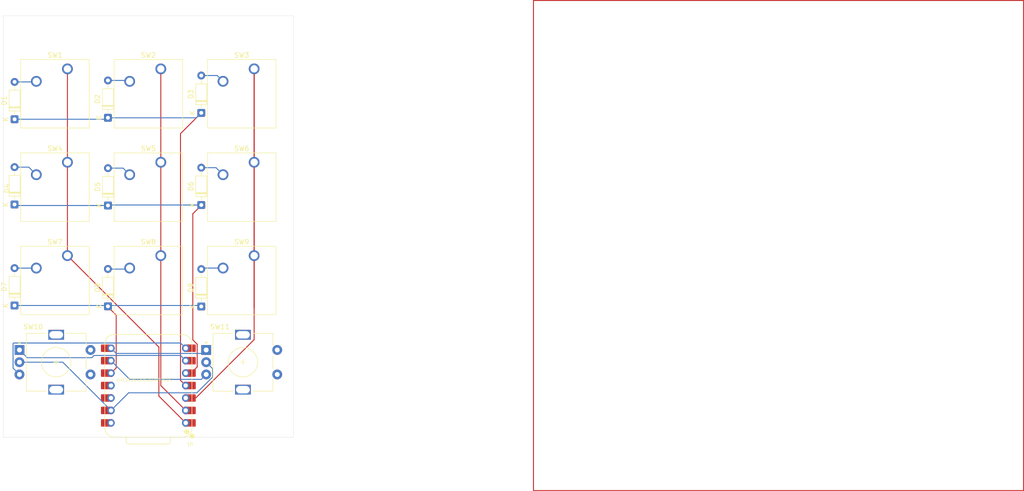
<source format=kicad_pcb>
(kicad_pcb (version 20241229) (generator "pcbnew") (generator_version "9.0")
  (layers (0 "F.Cu" signal) (2 "B.Cu" signal) (13 "F.Paste" user) (15 "B.Paste" user) (5 "F.SilkS" user "F.Silkscreen") (7 "B.SilkS" user "B.Silkscreen") (1 "F.Mask" user) (3 "B.Mask" user) (25 "Edge.Cuts" user))
  (net 0 "")
  (net 1 "Net-(D1-A)")
  (net 2 "Row 0")
  (net 3 "Net-(D2-A)")
  (net 4 "Net-(D3-A)")
  (net 5 "Net-(D4-A)")
  (net 6 "Row 1")
  (net 7 "Net-(D5-A)")
  (net 8 "Net-(D6-A)")
  (net 9 "Net-(D7-A)")
  (net 10 "Row 2")
  (net 11 "Net-(D8-A)")
  (net 12 "Net-(D9-A)")
  (net 13 "Column 0")
  (net 14 "Column 1")
  (net 15 "Column 2")
  (net 16 "Net-(U1-GPIO0{slash}TX)")
  (net 17 "GND")
  (net 18 "Net-(U1-GPIO7{slash}SCL)")
  (net 19 "Net-(U1-GPIO2{slash}SCK)")
  (net 20 "Net-(U1-GPIO1{slash}RX)")
  (footprint "Button_Switch_Keyboard:SW_Cherry_MX_1.00u_PCB" (layer "F.Cu") (at 81.12125 63.97625)
    (property "Reference" "SW4" (at -2.54 -2.794 0) (layer "F.SilkS"))
    (property "Value" "SW_Push")
    (fp_line (start -9.525 -1.905) (end 4.445 -1.905) (stroke (width 0.12)) (layer "F.SilkS"))
    (fp_line (start -9.525 12.065) (end -9.525 -1.905) (stroke (width 0.12)) (layer "F.SilkS"))
    (fp_line (start 4.445 -1.905) (end 4.445 12.065) (stroke (width 0.12)) (layer "F.SilkS"))
    (fp_line (start 4.445 12.065) (end -9.525 12.065) (stroke (width 0.12)) (layer "F.SilkS"))
    (pad "" np_thru_hole circle (at -7.62 5.08) (size 1.7 1.7) (drill 1.7) (layers "*.Cu" "*.Mask"))
    (pad "" np_thru_hole circle (at -2.54 5.08) (size 4 4) (drill 4) (layers "*.Cu" "*.Mask"))
    (pad "" np_thru_hole circle (at 2.54 5.08) (size 1.7 1.7) (drill 1.7) (layers "*.Cu" "*.Mask"))
    (pad "1" thru_hole circle (at 0 0) (size 2.2 2.2) (drill 1.5) (layers "*.Cu" "*.Mask") (net 13 "Column 0"))
    (pad "2" thru_hole circle (at -6.35 2.54) (size 2.2 2.2) (drill 1.5) (layers "*.Cu" "*.Mask") (net 5 "Net-(D4-A)"))
  )
  (footprint "Button_Switch_Keyboard:SW_Cherry_MX_1.00u_PCB" (layer "F.Cu") (at 100.17125 83.02625)
    (property "Reference" "SW8" (at -2.54 -2.794 0) (layer "F.SilkS"))
    (property "Value" "SW_Push")
    (fp_line (start -9.525 -1.905) (end 4.445 -1.905) (stroke (width 0.12)) (layer "F.SilkS"))
    (fp_line (start -9.525 12.065) (end -9.525 -1.905) (stroke (width 0.12)) (layer "F.SilkS"))
    (fp_line (start 4.445 -1.905) (end 4.445 12.065) (stroke (width 0.12)) (layer "F.SilkS"))
    (fp_line (start 4.445 12.065) (end -9.525 12.065) (stroke (width 0.12)) (layer "F.SilkS"))
    (pad "" np_thru_hole circle (at -7.62 5.08) (size 1.7 1.7) (drill 1.7) (layers "*.Cu" "*.Mask"))
    (pad "" np_thru_hole circle (at -2.54 5.08) (size 4 4) (drill 4) (layers "*.Cu" "*.Mask"))
    (pad "" np_thru_hole circle (at 2.54 5.08) (size 1.7 1.7) (drill 1.7) (layers "*.Cu" "*.Mask"))
    (pad "1" thru_hole circle (at 0 0) (size 2.2 2.2) (drill 1.5) (layers "*.Cu" "*.Mask") (net 14 "Column 1"))
    (pad "2" thru_hole circle (at -6.35 2.54) (size 2.2 2.2) (drill 1.5) (layers "*.Cu" "*.Mask") (net 11 "Net-(D8-A)"))
  )
  (footprint "Rotary_Encoder:RotaryEncoder_Alps_EC11E-Switch_Vertical_H20mm" (layer "F.Cu") (at 71.33125 102.275)
    (property "Reference" "SW10" (at 2.8 -4.7 0) (layer "F.SilkS"))
    (property "Value" "RotaryEncoder")
    (fp_line (start -0.3 -1.6) (end 0.3 -1.6) (stroke (width 0.12)) (layer "F.SilkS"))
    (fp_line (start 0 -1.3) (end -0.3 -1.6) (stroke (width 0.12)) (layer "F.SilkS"))
    (fp_line (start 0.3 -1.6) (end 0 -1.3) (stroke (width 0.12)) (layer "F.SilkS"))
    (fp_line (start 1.4 -3.4) (end 1.4 8.4) (stroke (width 0.12)) (layer "F.SilkS"))
    (fp_line (start 5.5 -3.4) (end 1.4 -3.4) (stroke (width 0.12)) (layer "F.SilkS"))
    (fp_line (start 5.5 8.4) (end 1.4 8.4) (stroke (width 0.12)) (layer "F.SilkS"))
    (fp_line (start 7 2.5) (end 8 2.5) (stroke (width 0.12)) (layer "F.SilkS"))
    (fp_line (start 7.5 2) (end 7.5 3) (stroke (width 0.12)) (layer "F.SilkS"))
    (fp_line (start 9.5 -3.4) (end 13.6 -3.4) (stroke (width 0.12)) (layer "F.SilkS"))
    (fp_line (start 13.6 -3.4) (end 13.6 -1) (stroke (width 0.12)) (layer "F.SilkS"))
    (fp_line (start 13.6 1.2) (end 13.6 3.8) (stroke (width 0.12)) (layer "F.SilkS"))
    (fp_line (start 13.6 6) (end 13.6 8.4) (stroke (width 0.12)) (layer "F.SilkS"))
    (fp_line (start 13.6 8.4) (end 9.5 8.4) (stroke (width 0.12)) (layer "F.SilkS"))
    (fp_circle (center 7.5 2.5) (end 10.5 2.5) (stroke (width 0.12)) (fill no) (layer "F.SilkS"))
    (pad "A" thru_hole rect (at 0 0) (size 2 2) (drill 1) (layers "*.Cu" "*.Mask") (net 18 "Net-(U1-GPIO7{slash}SCL)"))
    (pad "B" thru_hole circle (at 0 5) (size 2 2) (drill 1) (layers "*.Cu" "*.Mask") (net 16 "Net-(U1-GPIO0{slash}TX)"))
    (pad "C" thru_hole circle (at 0 2.5) (size 2 2) (drill 1) (layers "*.Cu" "*.Mask") (net 17 "GND"))
    (pad "MP" thru_hole rect (at 7.5 -3.1) (size 3.2 2) (drill oval 2.8 1.5) (layers "*.Cu" "*.Mask"))
    (pad "MP" thru_hole rect (at 7.5 8.1) (size 3.2 2) (drill oval 2.8 1.5) (layers "*.Cu" "*.Mask"))
    (pad "S1" thru_hole circle (at 14.5 5) (size 2 2) (drill 1) (layers "*.Cu" "*.Mask"))
    (pad "S2" thru_hole circle (at 14.5 0) (size 2 2) (drill 1) (layers "*.Cu" "*.Mask"))
  )
  (footprint "Button_Switch_Keyboard:SW_Cherry_MX_1.00u_PCB" (layer "F.Cu") (at 100.17125 44.92625)
    (property "Reference" "SW2" (at -2.54 -2.794 0) (layer "F.SilkS"))
    (property "Value" "SW_Push")
    (fp_line (start -9.525 -1.905) (end 4.445 -1.905) (stroke (width 0.12)) (layer "F.SilkS"))
    (fp_line (start -9.525 12.065) (end -9.525 -1.905) (stroke (width 0.12)) (layer "F.SilkS"))
    (fp_line (start 4.445 -1.905) (end 4.445 12.065) (stroke (width 0.12)) (layer "F.SilkS"))
    (fp_line (start 4.445 12.065) (end -9.525 12.065) (stroke (width 0.12)) (layer "F.SilkS"))
    (pad "" np_thru_hole circle (at -7.62 5.08) (size 1.7 1.7) (drill 1.7) (layers "*.Cu" "*.Mask"))
    (pad "" np_thru_hole circle (at -2.54 5.08) (size 4 4) (drill 4) (layers "*.Cu" "*.Mask"))
    (pad "" np_thru_hole circle (at 2.54 5.08) (size 1.7 1.7) (drill 1.7) (layers "*.Cu" "*.Mask"))
    (pad "1" thru_hole circle (at 0 0) (size 2.2 2.2) (drill 1.5) (layers "*.Cu" "*.Mask") (net 14 "Column 1"))
    (pad "2" thru_hole circle (at -6.35 2.54) (size 2.2 2.2) (drill 1.5) (layers "*.Cu" "*.Mask") (net 3 "Net-(D2-A)"))
  )
  (footprint "Button_Switch_Keyboard:SW_Cherry_MX_1.00u_PCB" (layer "F.Cu") (at 100.17125 63.97625)
    (property "Reference" "SW5" (at -2.54 -2.794 0) (layer "F.SilkS"))
    (property "Value" "SW_Push")
    (fp_line (start -9.525 -1.905) (end 4.445 -1.905) (stroke (width 0.12)) (layer "F.SilkS"))
    (fp_line (start -9.525 12.065) (end -9.525 -1.905) (stroke (width 0.12)) (layer "F.SilkS"))
    (fp_line (start 4.445 -1.905) (end 4.445 12.065) (stroke (width 0.12)) (layer "F.SilkS"))
    (fp_line (start 4.445 12.065) (end -9.525 12.065) (stroke (width 0.12)) (layer "F.SilkS"))
    (pad "" np_thru_hole circle (at -7.62 5.08) (size 1.7 1.7) (drill 1.7) (layers "*.Cu" "*.Mask"))
    (pad "" np_thru_hole circle (at -2.54 5.08) (size 4 4) (drill 4) (layers "*.Cu" "*.Mask"))
    (pad "" np_thru_hole circle (at 2.54 5.08) (size 1.7 1.7) (drill 1.7) (layers "*.Cu" "*.Mask"))
    (pad "1" thru_hole circle (at 0 0) (size 2.2 2.2) (drill 1.5) (layers "*.Cu" "*.Mask") (net 14 "Column 1"))
    (pad "2" thru_hole circle (at -6.35 2.54) (size 2.2 2.2) (drill 1.5) (layers "*.Cu" "*.Mask") (net 7 "Net-(D5-A)"))
  )
  (footprint "Button_Switch_Keyboard:SW_Cherry_MX_1.00u_PCB" (layer "F.Cu") (at 119.22125 83.02625)
    (property "Reference" "SW9" (at -2.54 -2.794 0) (layer "F.SilkS"))
    (property "Value" "SW_Push")
    (fp_line (start -9.525 -1.905) (end 4.445 -1.905) (stroke (width 0.12)) (layer "F.SilkS"))
    (fp_line (start -9.525 12.065) (end -9.525 -1.905) (stroke (width 0.12)) (layer "F.SilkS"))
    (fp_line (start 4.445 -1.905) (end 4.445 12.065) (stroke (width 0.12)) (layer "F.SilkS"))
    (fp_line (start 4.445 12.065) (end -9.525 12.065) (stroke (width 0.12)) (layer "F.SilkS"))
    (pad "" np_thru_hole circle (at -7.62 5.08) (size 1.7 1.7) (drill 1.7) (layers "*.Cu" "*.Mask"))
    (pad "" np_thru_hole circle (at -2.54 5.08) (size 4 4) (drill 4) (layers "*.Cu" "*.Mask"))
    (pad "" np_thru_hole circle (at 2.54 5.08) (size 1.7 1.7) (drill 1.7) (layers "*.Cu" "*.Mask"))
    (pad "1" thru_hole circle (at 0 0) (size 2.2 2.2) (drill 1.5) (layers "*.Cu" "*.Mask") (net 15 "Column 2"))
    (pad "2" thru_hole circle (at -6.35 2.54) (size 2.2 2.2) (drill 1.5) (layers "*.Cu" "*.Mask") (net 12 "Net-(D9-A)"))
  )
  (footprint "" (layer "F.Cu") (at 85.6 117.9)
    (property "Reference" "" (at 0 0 0) (layer "F.SilkS") (effects (font (size 1.27 1.27))))
    (property "Value" "")
    (pad "" np_thru_hole circle (at 0 0) (size 3.2 3.2) (drill 3.2) (layers "*.Cu" "*.Mask"))
  )
  (footprint "" (layer "F.Cu") (at 71 37)
    (property "Reference" "" (at 0 0 0) (layer "F.SilkS") (effects (font (size 1.27 1.27))))
    (property "Value" "")
    (pad "" np_thru_hole circle (at 0 0) (size 3.2 3.2) (drill 3.2) (layers "*.Cu" "*.Mask"))
  )
  (footprint "Diode_THT:D_DO-35_SOD27_P7.62mm_Horizontal" (layer "F.Cu") (at 108.43 53.9 90)
    (property "Reference" "D3" (at 3.81 -2.12 90) (layer "F.SilkS"))
    (property "Value" "1N4148WT")
    (fp_line (start 2.53 -1.12) (end 2.53 1.12) (stroke (width 0.12)) (layer "F.SilkS"))
    (fp_line (start 2.41 -1.12) (end 2.41 1.12) (stroke (width 0.12)) (layer "F.SilkS"))
    (fp_line (start 2.29 -1.12) (end 2.29 1.12) (stroke (width 0.12)) (layer "F.SilkS"))
    (fp_line (start 6.58 0) (end 5.93 0) (stroke (width 0.12)) (layer "F.SilkS"))
    (fp_line (start 1.04 0) (end 1.69 0) (stroke (width 0.12)) (layer "F.SilkS"))
    (fp_rect (start 1.69 -1.12) (end 5.93 1.12) (stroke (width 0.12)) (fill no) (layer "F.SilkS"))
    (fp_text user "K" (at 0 -1.8 90) (layer "F.SilkS"))
    (pad "1" thru_hole roundrect (at 0 0 90) (size 1.6 1.6) (drill 0.8) (layers "*.Cu" "*.Mask") (roundrect_rratio 0.15625) (net 2 "Row 0"))
    (pad "2" thru_hole circle (at 7.62 0 90) (size 1.6 1.6) (drill 0.8) (layers "*.Cu" "*.Mask") (net 4 "Net-(D3-A)"))
  )
  (footprint "Diode_THT:D_DO-35_SOD27_P7.62mm_Horizontal" (layer "F.Cu") (at 70.33 93.2 90)
    (property "Reference" "D7" (at 3.81 -2.12 90) (layer "F.SilkS"))
    (property "Value" "1N4148WT")
    (fp_line (start 2.53 -1.12) (end 2.53 1.12) (stroke (width 0.12)) (layer "F.SilkS"))
    (fp_line (start 2.41 -1.12) (end 2.41 1.12) (stroke (width 0.12)) (layer "F.SilkS"))
    (fp_line (start 2.29 -1.12) (end 2.29 1.12) (stroke (width 0.12)) (layer "F.SilkS"))
    (fp_line (start 6.58 0) (end 5.93 0) (stroke (width 0.12)) (layer "F.SilkS"))
    (fp_line (start 1.04 0) (end 1.69 0) (stroke (width 0.12)) (layer "F.SilkS"))
    (fp_rect (start 1.69 -1.12) (end 5.93 1.12) (stroke (width 0.12)) (fill no) (layer "F.SilkS"))
    (fp_text user "K" (at 0 -1.8 90) (layer "F.SilkS"))
    (pad "1" thru_hole roundrect (at 0 0 90) (size 1.6 1.6) (drill 0.8) (layers "*.Cu" "*.Mask") (roundrect_rratio 0.15625) (net 10 "Row 2"))
    (pad "2" thru_hole circle (at 7.62 0 90) (size 1.6 1.6) (drill 0.8) (layers "*.Cu" "*.Mask") (net 9 "Net-(D7-A)"))
  )
  (footprint "Button_Switch_Keyboard:SW_Cherry_MX_1.00u_PCB" (layer "F.Cu") (at 119.22125 44.92)
    (property "Reference" "SW3" (at -2.54 -2.794 0) (layer "F.SilkS"))
    (property "Value" "SW_Push")
    (fp_line (start -9.525 -1.905) (end 4.445 -1.905) (stroke (width 0.12)) (layer "F.SilkS"))
    (fp_line (start -9.525 12.065) (end -9.525 -1.905) (stroke (width 0.12)) (layer "F.SilkS"))
    (fp_line (start 4.445 -1.905) (end 4.445 12.065) (stroke (width 0.12)) (layer "F.SilkS"))
    (fp_line (start 4.445 12.065) (end -9.525 12.065) (stroke (width 0.12)) (layer "F.SilkS"))
    (pad "" np_thru_hole circle (at -7.62 5.08) (size 1.7 1.7) (drill 1.7) (layers "*.Cu" "*.Mask"))
    (pad "" np_thru_hole circle (at -2.54 5.08) (size 4 4) (drill 4) (layers "*.Cu" "*.Mask"))
    (pad "" np_thru_hole circle (at 2.54 5.08) (size 1.7 1.7) (drill 1.7) (layers "*.Cu" "*.Mask"))
    (pad "1" thru_hole circle (at 0 0) (size 2.2 2.2) (drill 1.5) (layers "*.Cu" "*.Mask") (net 15 "Column 2"))
    (pad "2" thru_hole circle (at -6.35 2.54) (size 2.2 2.2) (drill 1.5) (layers "*.Cu" "*.Mask") (net 4 "Net-(D3-A)"))
  )
  (footprint "Diode_THT:D_DO-35_SOD27_P7.62mm_Horizontal" (layer "F.Cu") (at 89.39 72.8 90)
    (property "Reference" "D5" (at 3.81 -2.12 90) (layer "F.SilkS"))
    (property "Value" "1N4148WT")
    (fp_line (start 2.53 -1.12) (end 2.53 1.12) (stroke (width 0.12)) (layer "F.SilkS"))
    (fp_line (start 2.41 -1.12) (end 2.41 1.12) (stroke (width 0.12)) (layer "F.SilkS"))
    (fp_line (start 2.29 -1.12) (end 2.29 1.12) (stroke (width 0.12)) (layer "F.SilkS"))
    (fp_line (start 6.58 0) (end 5.93 0) (stroke (width 0.12)) (layer "F.SilkS"))
    (fp_line (start 1.04 0) (end 1.69 0) (stroke (width 0.12)) (layer "F.SilkS"))
    (fp_rect (start 1.69 -1.12) (end 5.93 1.12) (stroke (width 0.12)) (fill no) (layer "F.SilkS"))
    (fp_text user "K" (at 0 -1.8 90) (layer "F.SilkS"))
    (pad "1" thru_hole roundrect (at 0 0 90) (size 1.6 1.6) (drill 0.8) (layers "*.Cu" "*.Mask") (roundrect_rratio 0.15625) (net 6 "Row 1"))
    (pad "2" thru_hole circle (at 7.62 0 90) (size 1.6 1.6) (drill 0.8) (layers "*.Cu" "*.Mask") (net 7 "Net-(D5-A)"))
  )
  (footprint "OPL LIB:XIAO-RP2040-DIP" (layer "F.Cu") (at 97.63125 109.5375 180)
    (property "Reference" "U1" (at -8.5 -12 180) (layer "F.SilkS") (effects (font (size 0.635 0.635) (thickness 0.1016))))
    (property "Value" "XIAO-RP2040-DIP")
    (fp_line (start 8.89 8.509) (end 8.89 -8.636) (stroke (width 0.127)) (layer "F.SilkS"))
    (fp_line (start 6.985 -10.541) (end -6.985 -10.541) (stroke (width 0.1)) (layer "F.SilkS"))
    (fp_line (start 6.985 -10.541) (end -6.985 -10.541) (stroke (width 0.127)) (layer "F.SilkS"))
    (fp_line (start 4.504 -11.451) (end 4.504 -10.541) (stroke (width 0.127)) (layer "F.SilkS"))
    (fp_line (start -3.991272 -11.951) (end 4.004 -11.951) (stroke (width 0.127)) (layer "F.SilkS"))
    (fp_line (start -4.495 -10.541) (end -4.491272 -11.451272) (stroke (width 0.127)) (layer "F.SilkS"))
    (fp_line (start -6.985 10.414) (end 6.985 10.414) (stroke (width 0.127)) (layer "F.SilkS"))
    (fp_line (start -8.89 8.509) (end -8.89 -8.636) (stroke (width 0.127)) (layer "F.SilkS"))
    (fp_arc (start 8.89 8.509) (mid 8.332038 9.856038) (end 6.985 10.414) (stroke (width 0.127)) (layer "F.SilkS"))
    (fp_arc (start 6.985 -10.541) (mid 8.332038 -9.983038) (end 8.89 -8.636) (stroke (width 0.127)) (layer "F.SilkS"))
    (fp_arc (start 4.004 -11.951) (mid 4.357553 -11.804553) (end 4.504 -11.451) (stroke (width 0.127)) (layer "F.SilkS"))
    (fp_arc (start -4.491272 -11.451272) (mid -4.344728 -11.80464) (end -3.991272 -11.951) (stroke (width 0.127)) (layer "F.SilkS"))
    (fp_arc (start -6.985 10.414) (mid -8.332038 9.856038) (end -8.89 8.509) (stroke (width 0.127)) (layer "F.SilkS"))
    (fp_arc (start -8.89 -8.636) (mid -8.332038 -9.983038) (end -6.985 -10.541) (stroke (width 0.127)) (layer "F.SilkS"))
    (fp_circle (center -7.807 -9.42) (end -7.807 -9.674) (stroke (width 0.5)) (fill yes) (layer "F.SilkS"))
    (fp_circle (center -8.95 -10.3) (end -8.95 -10.554) (stroke (width 0.5)) (fill yes) (layer "F.SilkS"))
    (pad "1" smd roundrect (at -8.455 -7.62) (size 2.432 1.524) (layers "F.Cu" "F.Mask") (roundrect_rratio 0.1) (net 13 "Column 0"))
    (pad "1" thru_hole circle (at -7.62 -7.62) (size 1.524 1.524) (drill 0.889) (layers "*.Cu" "*.Mask") (net 13 "Column 0"))
    (pad "2" smd roundrect (at -8.455 -5.08) (size 2.432 1.524) (layers "F.Cu" "F.Mask") (roundrect_rratio 0.1) (net 14 "Column 1"))
    (pad "2" thru_hole circle (at -7.62 -5.08) (size 1.524 1.524) (drill 0.889) (layers "*.Cu" "*.Mask") (net 14 "Column 1"))
    (pad "3" smd roundrect (at -8.455 -2.54) (size 2.432 1.524) (layers "F.Cu" "F.Mask") (roundrect_rratio 0.1) (net 15 "Column 2"))
    (pad "3" thru_hole circle (at -7.62 -2.54) (size 1.524 1.524) (drill 0.889) (layers "*.Cu" "*.Mask") (net 15 "Column 2"))
    (pad "4" smd roundrect (at -8.455 0) (size 2.432 1.524) (layers "F.Cu" "F.Mask") (roundrect_rratio 0.1) (net 2 "Row 0"))
    (pad "4" thru_hole circle (at -7.62 0) (size 1.524 1.524) (drill 0.889) (layers "*.Cu" "*.Mask") (net 2 "Row 0"))
    (pad "5" smd roundrect (at -8.455 2.54) (size 2.432 1.524) (layers "F.Cu" "F.Mask") (roundrect_rratio 0.1) (net 6 "Row 1"))
    (pad "5" thru_hole circle (at -7.62 2.54) (size 1.524 1.524) (drill 0.889) (layers "*.Cu" "*.Mask") (net 6 "Row 1"))
    (pad "6" smd roundrect (at -8.455 5.08) (size 2.432 1.524) (layers "F.Cu" "F.Mask") (roundrect_rratio 0.1) (net 18 "Net-(U1-GPIO7{slash}SCL)"))
    (pad "6" thru_hole circle (at -7.62 5.08) (size 1.524 1.524) (drill 0.889) (layers "*.Cu" "*.Mask") (net 18 "Net-(U1-GPIO7{slash}SCL)"))
    (pad "7" smd roundrect (at -8.455 7.62) (size 2.432 1.524) (layers "F.Cu" "F.Mask") (roundrect_rratio 0.1) (net 16 "Net-(U1-GPIO0{slash}TX)"))
    (pad "7" thru_hole circle (at -7.62 7.62) (size 1.524 1.524) (drill 0.889) (layers "*.Cu" "*.Mask") (net 16 "Net-(U1-GPIO0{slash}TX)"))
    (pad "8" thru_hole circle (at 7.62 7.62 180) (size 1.524 1.524) (drill 0.889) (layers "*.Cu" "*.Mask") (net 20 "Net-(U1-GPIO1{slash}RX)"))
    (pad "8" smd roundrect (at 8.455 7.62 180) (size 2.432 1.524) (layers "F.Cu" "F.Mask") (roundrect_rratio 0.1) (net 20 "Net-(U1-GPIO1{slash}RX)"))
    (pad "9" thru_hole circle (at 7.62 5.08 180) (size 1.524 1.524) (drill 0.889) (layers "*.Cu" "*.Mask") (net 19 "Net-(U1-GPIO2{slash}SCK)"))
    (pad "9" smd roundrect (at 8.455 5.08 180) (size 2.432 1.524) (layers "F.Cu" "F.Mask") (roundrect_rratio 0.1) (net 19 "Net-(U1-GPIO2{slash}SCK)"))
    (pad "10" thru_hole circle (at 7.62 2.54 180) (size 1.524 1.524) (drill 0.889) (layers "*.Cu" "*.Mask") (net 10 "Row 2"))
    (pad "10" smd roundrect (at 8.455 2.54 180) (size 2.432 1.524) (layers "F.Cu" "F.Mask") (roundrect_rratio 0.1) (net 10 "Row 2"))
    (pad "11" thru_hole circle (at 7.62 0 180) (size 1.524 1.524) (drill 0.889) (layers "*.Cu" "*.Mask"))
    (pad "11" smd roundrect (at 8.455 0 180) (size 2.432 1.524) (layers "F.Cu" "F.Mask") (roundrect_rratio 0.1))
    (pad "12" thru_hole circle (at 7.62 -2.54 180) (size 1.524 1.524) (drill 0.889) (layers "*.Cu" "*.Mask"))
    (pad "12" smd roundrect (at 8.455 -2.54 180) (size 2.432 1.524) (layers "F.Cu" "F.Mask") (roundrect_rratio 0.1))
    (pad "13" thru_hole circle (at 7.62 -5.08 180) (size 1.524 1.524) (drill 0.889) (layers "*.Cu" "*.Mask") (net 17 "GND"))
    (pad "13" smd roundrect (at 8.455 -5.08 180) (size 2.432 1.524) (layers "F.Cu" "F.Mask") (roundrect_rratio 0.1) (net 17 "GND"))
    (pad "14" thru_hole circle (at 7.62 -7.62 180) (size 1.524 1.524) (drill 0.889) (layers "*.Cu" "*.Mask"))
    (pad "14" smd roundrect (at 8.455 -7.62 180) (size 2.432 1.524) (layers "F.Cu" "F.Mask") (roundrect_rratio 0.1))
  )
  (footprint "Diode_THT:D_DO-35_SOD27_P7.62mm_Horizontal" (layer "F.Cu") (at 70.34 55.2 90)
    (property "Reference" "D1" (at 3.81 -2.12 90) (layer "F.SilkS"))
    (property "Value" "1N4148WT")
    (fp_line (start 2.53 -1.12) (end 2.53 1.12) (stroke (width 0.12)) (layer "F.SilkS"))
    (fp_line (start 2.41 -1.12) (end 2.41 1.12) (stroke (width 0.12)) (layer "F.SilkS"))
    (fp_line (start 2.29 -1.12) (end 2.29 1.12) (stroke (width 0.12)) (layer "F.SilkS"))
    (fp_line (start 6.58 0) (end 5.93 0) (stroke (width 0.12)) (layer "F.SilkS"))
    (fp_line (start 1.04 0) (end 1.69 0) (stroke (width 0.12)) (layer "F.SilkS"))
    (fp_rect (start 1.69 -1.12) (end 5.93 1.12) (stroke (width 0.12)) (fill no) (layer "F.SilkS"))
    (fp_text user "K" (at 0 -1.8 90) (layer "F.SilkS"))
    (pad "1" thru_hole roundrect (at 0 0 90) (size 1.6 1.6) (drill 0.8) (layers "*.Cu" "*.Mask") (roundrect_rratio 0.15625) (net 2 "Row 0"))
    (pad "2" thru_hole circle (at 7.62 0 90) (size 1.6 1.6) (drill 0.8) (layers "*.Cu" "*.Mask") (net 1 "Net-(D1-A)"))
  )
  (footprint "Diode_THT:D_DO-35_SOD27_P7.62mm_Horizontal" (layer "F.Cu") (at 70.33 72.59 90)
    (property "Reference" "D4" (at 3.28 -1.52 90) (layer "F.SilkS"))
    (property "Value" "1N4148WT")
    (fp_line (start 2.53 -1.12) (end 2.53 1.12) (stroke (width 0.12)) (layer "F.SilkS"))
    (fp_line (start 2.41 -1.12) (end 2.41 1.12) (stroke (width 0.12)) (layer "F.SilkS"))
    (fp_line (start 2.29 -1.12) (end 2.29 1.12) (stroke (width 0.12)) (layer "F.SilkS"))
    (fp_line (start 6.58 0) (end 5.93 0) (stroke (width 0.12)) (layer "F.SilkS"))
    (fp_line (start 1.04 0) (end 1.69 0) (stroke (width 0.12)) (layer "F.SilkS"))
    (fp_rect (start 1.69 -1.12) (end 5.93 1.12) (stroke (width 0.12)) (fill no) (layer "F.SilkS"))
    (fp_text user "K" (at 0 -1.8 90) (layer "F.SilkS"))
    (pad "1" thru_hole roundrect (at 0 0 90) (size 1.6 1.6) (drill 0.8) (layers "*.Cu" "*.Mask") (roundrect_rratio 0.15625) (net 6 "Row 1"))
    (pad "2" thru_hole circle (at 7.62 0 90) (size 1.6 1.6) (drill 0.8) (layers "*.Cu" "*.Mask") (net 5 "Net-(D4-A)"))
  )
  (footprint "Diode_THT:D_DO-35_SOD27_P7.62mm_Horizontal" (layer "F.Cu") (at 108.43 93.4 90)
    (property "Reference" "D9" (at 3.81 -2.12 90) (layer "F.SilkS"))
    (property "Value" "1N4148WT")
    (fp_line (start 2.53 -1.12) (end 2.53 1.12) (stroke (width 0.12)) (layer "F.SilkS"))
    (fp_line (start 2.41 -1.12) (end 2.41 1.12) (stroke (width 0.12)) (layer "F.SilkS"))
    (fp_line (start 2.29 -1.12) (end 2.29 1.12) (stroke (width 0.12)) (layer "F.SilkS"))
    (fp_line (start 6.58 0) (end 5.93 0) (stroke (width 0.12)) (layer "F.SilkS"))
    (fp_line (start 1.04 0) (end 1.69 0) (stroke (width 0.12)) (layer "F.SilkS"))
    (fp_rect (start 1.69 -1.12) (end 5.93 1.12) (stroke (width 0.12)) (fill no) (layer "F.SilkS"))
    (fp_text user "K" (at 0 -1.8 90) (layer "F.SilkS"))
    (pad "1" thru_hole roundrect (at 0 0 90) (size 1.6 1.6) (drill 0.8) (layers "*.Cu" "*.Mask") (roundrect_rratio 0.15625) (net 10 "Row 2"))
    (pad "2" thru_hole circle (at 7.62 0 90) (size 1.6 1.6) (drill 0.8) (layers "*.Cu" "*.Mask") (net 12 "Net-(D9-A)"))
  )
  (footprint "Diode_THT:D_DO-35_SOD27_P7.62mm_Horizontal" (layer "F.Cu") (at 89.38 93.37 90)
    (property "Reference" "D8" (at 3.81 -2.12 90) (layer "F.SilkS"))
    (property "Value" "1N4148WT")
    (fp_line (start 2.53 -1.12) (end 2.53 1.12) (stroke (width 0.12)) (layer "F.SilkS"))
    (fp_line (start 2.41 -1.12) (end 2.41 1.12) (stroke (width 0.12)) (layer "F.SilkS"))
    (fp_line (start 2.29 -1.12) (end 2.29 1.12) (stroke (width 0.12)) (layer "F.SilkS"))
    (fp_line (start 6.58 0) (end 5.93 0) (stroke (width 0.12)) (layer "F.SilkS"))
    (fp_line (start 1.04 0) (end 1.69 0) (stroke (width 0.12)) (layer "F.SilkS"))
    (fp_rect (start 1.69 -1.12) (end 5.93 1.12) (stroke (width 0.12)) (fill no) (layer "F.SilkS"))
    (fp_text user "K" (at 0 -1.8 90) (layer "F.SilkS"))
    (pad "1" thru_hole roundrect (at 0 0 90) (size 1.6 1.6) (drill 0.8) (layers "*.Cu" "*.Mask") (roundrect_rratio 0.15625) (net 10 "Row 2"))
    (pad "2" thru_hole circle (at 7.62 0 90) (size 1.6 1.6) (drill 0.8) (layers "*.Cu" "*.Mask") (net 11 "Net-(D8-A)"))
  )
  (footprint "" (layer "F.Cu") (at 110.61 117.88)
    (property "Reference" "" (at 0 0 0) (layer "F.SilkS") (effects (font (size 1.27 1.27))))
    (property "Value" "")
    (pad "" np_thru_hole circle (at 0 0) (size 3.2 3.2) (drill 3.2) (layers "*.Cu" "*.Mask"))
  )
  (footprint "Diode_THT:D_DO-35_SOD27_P7.62mm_Horizontal" (layer "F.Cu") (at 89.38 54.9 90)
    (property "Reference" "D2" (at 3.81 -2.12 90) (layer "F.SilkS"))
    (property "Value" "1N4148WT")
    (fp_line (start 2.53 -1.12) (end 2.53 1.12) (stroke (width 0.12)) (layer "F.SilkS"))
    (fp_line (start 2.41 -1.12) (end 2.41 1.12) (stroke (width 0.12)) (layer "F.SilkS"))
    (fp_line (start 2.29 -1.12) (end 2.29 1.12) (stroke (width 0.12)) (layer "F.SilkS"))
    (fp_line (start 6.58 0) (end 5.93 0) (stroke (width 0.12)) (layer "F.SilkS"))
    (fp_line (start 1.04 0) (end 1.69 0) (stroke (width 0.12)) (layer "F.SilkS"))
    (fp_rect (start 1.69 -1.12) (end 5.93 1.12) (stroke (width 0.12)) (fill no) (layer "F.SilkS"))
    (fp_text user "K" (at 0 -1.8 90) (layer "F.SilkS"))
    (pad "1" thru_hole roundrect (at 0 0 90) (size 1.6 1.6) (drill 0.8) (layers "*.Cu" "*.Mask") (roundrect_rratio 0.15625) (net 2 "Row 0"))
    (pad "2" thru_hole circle (at 7.62 0 90) (size 1.6 1.6) (drill 0.8) (layers "*.Cu" "*.Mask") (net 3 "Net-(D2-A)"))
  )
  (footprint "Button_Switch_Keyboard:SW_Cherry_MX_1.00u_PCB" (layer "F.Cu") (at 119.22125 63.97625)
    (property "Reference" "SW6" (at -2.54 -2.794 0) (layer "F.SilkS"))
    (property "Value" "SW_Push")
    (fp_line (start -9.525 -1.905) (end 4.445 -1.905) (stroke (width 0.12)) (layer "F.SilkS"))
    (fp_line (start -9.525 12.065) (end -9.525 -1.905) (stroke (width 0.12)) (layer "F.SilkS"))
    (fp_line (start 4.445 -1.905) (end 4.445 12.065) (stroke (width 0.12)) (layer "F.SilkS"))
    (fp_line (start 4.445 12.065) (end -9.525 12.065) (stroke (width 0.12)) (layer "F.SilkS"))
    (pad "" np_thru_hole circle (at -7.62 5.08) (size 1.7 1.7) (drill 1.7) (layers "*.Cu" "*.Mask"))
    (pad "" np_thru_hole circle (at -2.54 5.08) (size 4 4) (drill 4) (layers "*.Cu" "*.Mask"))
    (pad "" np_thru_hole circle (at 2.54 5.08) (size 1.7 1.7) (drill 1.7) (layers "*.Cu" "*.Mask"))
    (pad "1" thru_hole circle (at 0 0) (size 2.2 2.2) (drill 1.5) (layers "*.Cu" "*.Mask") (net 15 "Column 2"))
    (pad "2" thru_hole circle (at -6.35 2.54) (size 2.2 2.2) (drill 1.5) (layers "*.Cu" "*.Mask") (net 8 "Net-(D6-A)"))
  )
  (footprint "Diode_THT:D_DO-35_SOD27_P7.62mm_Horizontal" (layer "F.Cu") (at 108.43 72.7 90)
    (property "Reference" "D6" (at 3.81 -2.12 90) (layer "F.SilkS"))
    (property "Value" "1N4148WT")
    (fp_line (start 2.53 -1.12) (end 2.53 1.12) (stroke (width 0.12)) (layer "F.SilkS"))
    (fp_line (start 2.41 -1.12) (end 2.41 1.12) (stroke (width 0.12)) (layer "F.SilkS"))
    (fp_line (start 2.29 -1.12) (end 2.29 1.12) (stroke (width 0.12)) (layer "F.SilkS"))
    (fp_line (start 6.58 0) (end 5.93 0) (stroke (width 0.12)) (layer "F.SilkS"))
    (fp_line (start 1.04 0) (end 1.69 0) (stroke (width 0.12)) (layer "F.SilkS"))
    (fp_rect (start 1.69 -1.12) (end 5.93 1.12) (stroke (width 0.12)) (fill no) (layer "F.SilkS"))
    (fp_text user "K" (at 0 -1.8 90) (layer "F.SilkS"))
    (pad "1" thru_hole roundrect (at 0 0 90) (size 1.6 1.6) (drill 0.8) (layers "*.Cu" "*.Mask") (roundrect_rratio 0.15625) (net 6 "Row 1"))
    (pad "2" thru_hole circle (at 7.62 0 90) (size 1.6 1.6) (drill 0.8) (layers "*.Cu" "*.Mask") (net 8 "Net-(D6-A)"))
  )
  (footprint "" (layer "F.Cu") (at 124 37)
    (property "Reference" "" (at 0 0 0) (layer "F.SilkS") (effects (font (size 1.27 1.27))))
    (property "Value" "")
    (pad "" np_thru_hole circle (at 0 0) (size 3.2 3.2) (drill 3.2) (layers "*.Cu" "*.Mask"))
  )
  (footprint "Button_Switch_Keyboard:SW_Cherry_MX_1.00u_PCB" (layer "F.Cu") (at 81.12125 44.92625)
    (property "Reference" "SW1" (at -2.54 -2.794 0) (layer "F.SilkS"))
    (property "Value" "SW_Push")
    (fp_line (start -9.525 -1.905) (end 4.445 -1.905) (stroke (width 0.12)) (layer "F.SilkS"))
    (fp_line (start -9.525 12.065) (end -9.525 -1.905) (stroke (width 0.12)) (layer "F.SilkS"))
    (fp_line (start 4.445 -1.905) (end 4.445 12.065) (stroke (width 0.12)) (layer "F.SilkS"))
    (fp_line (start 4.445 12.065) (end -9.525 12.065) (stroke (width 0.12)) (layer "F.SilkS"))
    (pad "" np_thru_hole circle (at -7.62 5.08) (size 1.7 1.7) (drill 1.7) (layers "*.Cu" "*.Mask"))
    (pad "" np_thru_hole circle (at -2.54 5.08) (size 4 4) (drill 4) (layers "*.Cu" "*.Mask"))
    (pad "" np_thru_hole circle (at 2.54 5.08) (size 1.7 1.7) (drill 1.7) (layers "*.Cu" "*.Mask"))
    (pad "1" thru_hole circle (at 0 0) (size 2.2 2.2) (drill 1.5) (layers "*.Cu" "*.Mask") (net 13 "Column 0"))
    (pad "2" thru_hole circle (at -6.35 2.54) (size 2.2 2.2) (drill 1.5) (layers "*.Cu" "*.Mask") (net 1 "Net-(D1-A)"))
  )
  (footprint "Button_Switch_Keyboard:SW_Cherry_MX_1.00u_PCB" (layer "F.Cu") (at 81.12125 83.02625)
    (property "Reference" "SW7" (at -2.54 -2.794 0) (layer "F.SilkS"))
    (property "Value" "SW_Push")
    (fp_line (start -9.525 -1.905) (end 4.445 -1.905) (stroke (width 0.12)) (layer "F.SilkS"))
    (fp_line (start -9.525 12.065) (end -9.525 -1.905) (stroke (width 0.12)) (layer "F.SilkS"))
    (fp_line (start 4.445 -1.905) (end 4.445 12.065) (stroke (width 0.12)) (layer "F.SilkS"))
    (fp_line (start 4.445 12.065) (end -9.525 12.065) (stroke (width 0.12)) (layer "F.SilkS"))
    (pad "" np_thru_hole circle (at -7.62 5.08) (size 1.7 1.7) (drill 1.7) (layers "*.Cu" "*.Mask"))
    (pad "" np_thru_hole circle (at -2.54 5.08) (size 4 4) (drill 4) (layers "*.Cu" "*.Mask"))
    (pad "" np_thru_hole circle (at 2.54 5.08) (size 1.7 1.7) (drill 1.7) (layers "*.Cu" "*.Mask"))
    (pad "1" thru_hole circle (at 0 0) (size 2.2 2.2) (drill 1.5) (layers "*.Cu" "*.Mask") (net 13 "Column 0"))
    (pad "2" thru_hole circle (at -6.35 2.54) (size 2.2 2.2) (drill 1.5) (layers "*.Cu" "*.Mask") (net 9 "Net-(D7-A)"))
  )
  (footprint "Rotary_Encoder:RotaryEncoder_Alps_EC11E-Switch_Vertical_H20mm" (layer "F.Cu") (at 109.43125 102.275)
    (property "Reference" "SW11" (at 2.8 -4.7 0) (layer "F.SilkS"))
    (property "Value" "RotaryEncoder")
    (fp_line (start -0.3 -1.6) (end 0.3 -1.6) (stroke (width 0.12)) (layer "F.SilkS"))
    (fp_line (start 0 -1.3) (end -0.3 -1.6) (stroke (width 0.12)) (layer "F.SilkS"))
    (fp_line (start 0.3 -1.6) (end 0 -1.3) (stroke (width 0.12)) (layer "F.SilkS"))
    (fp_line (start 1.4 -3.4) (end 1.4 8.4) (stroke (width 0.12)) (layer "F.SilkS"))
    (fp_line (start 5.5 -3.4) (end 1.4 -3.4) (stroke (width 0.12)) (layer "F.SilkS"))
    (fp_line (start 5.5 8.4) (end 1.4 8.4) (stroke (width 0.12)) (layer "F.SilkS"))
    (fp_line (start 7 2.5) (end 8 2.5) (stroke (width 0.12)) (layer "F.SilkS"))
    (fp_line (start 7.5 2) (end 7.5 3) (stroke (width 0.12)) (layer "F.SilkS"))
    (fp_line (start 9.5 -3.4) (end 13.6 -3.4) (stroke (width 0.12)) (layer "F.SilkS"))
    (fp_line (start 13.6 -3.4) (end 13.6 -1) (stroke (width 0.12)) (layer "F.SilkS"))
    (fp_line (start 13.6 1.2) (end 13.6 3.8) (stroke (width 0.12)) (layer "F.SilkS"))
    (fp_line (start 13.6 6) (end 13.6 8.4) (stroke (width 0.12)) (layer "F.SilkS"))
    (fp_line (start 13.6 8.4) (end 9.5 8.4) (stroke (width 0.12)) (layer "F.SilkS"))
    (fp_circle (center 7.5 2.5) (end 10.5 2.5) (stroke (width 0.12)) (fill no) (layer "F.SilkS"))
    (pad "A" thru_hole rect (at 0 0) (size 2 2) (drill 1) (layers "*.Cu" "*.Mask") (net 20 "Net-(U1-GPIO1{slash}RX)"))
    (pad "B" thru_hole circle (at 0 5) (size 2 2) (drill 1) (layers "*.Cu" "*.Mask") (net 19 "Net-(U1-GPIO2{slash}SCK)"))
    (pad "C" thru_hole circle (at 0 2.5) (size 2 2) (drill 1) (layers "*.Cu" "*.Mask") (net 17 "GND"))
    (pad "MP" thru_hole rect (at 7.5 -3.1) (size 3.2 2) (drill oval 2.8 1.5) (layers "*.Cu" "*.Mask"))
    (pad "MP" thru_hole rect (at 7.5 8.1) (size 3.2 2) (drill oval 2.8 1.5) (layers "*.Cu" "*.Mask"))
    (pad "S1" thru_hole circle (at 14.5 5) (size 2 2) (drill 1) (layers "*.Cu" "*.Mask"))
    (pad "S2" thru_hole circle (at 14.5 0) (size 2 2) (drill 1) (layers "*.Cu" "*.Mask"))
  )
  (gr_rect (start 176.2125 30.96875) (end 276.2125 130.96875) (stroke (width 0.2)) (fill no) (layer "F.Cu"))
  (gr_rect (start 68.01 34.11) (end 127.25 120.11) (stroke (width 0.05)) (fill no) (layer "Edge.Cuts"))
  (gr_text "STRAWBERRYMACRO" (at 102.4 107.9 180) (layer "F.SilkS") (effects (font (size 0.7 0.7) (thickness 0.1)) (justify left bottom)))
  (segment (start 74.6575 47.58) (end 74.77125 47.46625) (width 0.2) (layer "B.Cu") (net 1))
  (segment (start 70.34 47.58) (end 74.6575 47.58) (width 0.2) (layer "B.Cu") (net 1))
  (segment (start 108.43 53.9) (end 104.18825 58.14175) (width 0.2) (layer "F.Cu") (net 2))
  (segment (start 104.18825 108.4745) (end 105.25125 109.5375) (width 0.2) (layer "F.Cu") (net 2))
  (segment (start 104.18825 58.14175) (end 104.18825 108.4745) (width 0.2) (layer "F.Cu") (net 2))
  (segment (start 107.43 54.9) (end 108.43 53.9) (width 0.2) (layer "B.Cu") (net 2))
  (segment (start 89.38 54.9) (end 107.43 54.9) (width 0.2) (layer "B.Cu") (net 2))
  (segment (start 70.34 55.2) (end 89.08 55.2) (width 0.2) (layer "B.Cu") (net 2))
  (segment (start 89.08 55.2) (end 89.38 54.9) (width 0.2) (layer "B.Cu") (net 2))
  (segment (start 93.635 47.28) (end 93.82125 47.46625) (width 0.2) (layer "B.Cu") (net 3))
  (segment (start 89.38 47.28) (end 93.635 47.28) (width 0.2) (layer "B.Cu") (net 3))
  (segment (start 111.69125 46.28) (end 112.87125 47.46) (width 0.2) (layer "B.Cu") (net 4))
  (segment (start 108.43 46.28) (end 111.69125 46.28) (width 0.2) (layer "B.Cu") (net 4))
  (segment (start 73.235 64.98) (end 74.77125 66.51625) (width 0.2) (layer "B.Cu") (net 5))
  (segment (start 70.3 64.98) (end 73.235 64.98) (width 0.2) (layer "B.Cu") (net 5))
  (segment (start 106.32888 106.9975) (end 105.25125 106.9975) (width 0.2) (layer "F.Cu") (net 6))
  (segment (start 107.60325 101.115874) (end 107.60325 105.72313) (width 0.2) (layer "F.Cu") (net 6))
  (segment (start 107.60325 105.72313) (end 106.32888 106.9975) (width 0.2) (layer "F.Cu") (net 6))
  (segment (start 106.7 74.5) (end 106.7 100.212624) (width 0.2) (layer "F.Cu") (net 6))
  (segment (start 106.7 100.212624) (end 107.60325 101.115874) (width 0.2) (layer "F.Cu") (net 6))
  (segment (start 108.5 72.7) (end 106.7 74.5) (width 0.2) (layer "F.Cu") (net 6))
  (segment (start 70.5 72.8) (end 70.3 72.6) (width 0.2) (layer "B.Cu") (net 6))
  (segment (start 108.5 72.7) (end 89.49 72.7) (width 0.2) (layer "B.Cu") (net 6))
  (segment (start 89.49 72.7) (end 89.39 72.8) (width 0.2) (layer "B.Cu") (net 6))
  (segment (start 89.39 72.8) (end 70.5 72.8) (width 0.2) (layer "B.Cu") (net 6))
  (segment (start 89.39 65.18) (end 92.485 65.18) (width 0.2) (layer "B.Cu") (net 7))
  (segment (start 92.485 65.18) (end 93.82125 66.51625) (width 0.2) (layer "B.Cu") (net 7))
  (segment (start 111.435 65.08) (end 112.87125 66.51625) (width 0.2) (layer "B.Cu") (net 8))
  (segment (start 108.5 65.08) (end 111.435 65.08) (width 0.2) (layer "B.Cu") (net 8))
  (segment (start 70.3 85.58) (end 74.7575 85.58) (width 0.2) (layer "B.Cu") (net 9))
  (segment (start 74.7575 85.58) (end 74.77125 85.56625) (width 0.2) (layer "B.Cu") (net 9))
  (segment (start 90.01125 106.9975) (end 89.17625 106.9975) (width 0.2) (layer "F.Cu") (net 10))
  (segment (start 88.93362 106.9975) (end 90.01125 106.9975) (width 0.2) (layer "F.Cu") (net 10))
  (segment (start 89.3 93.4) (end 91.07425 95.17425) (width 0.2) (layer "F.Cu") (net 10))
  (segment (start 91.07425 105.9345) (end 90.01125 106.9975) (width 0.2) (layer "F.Cu") (net 10))
  (segment (start 91.07425 95.17425) (end 91.07425 105.9345) (width 0.2) (layer "F.Cu") (net 10))
  (segment (start 108.3 93.2) (end 108.5 93.4) (width 0.2) (layer "B.Cu") (net 10))
  (segment (start 70.3 93.2) (end 108.3 93.2) (width 0.2) (layer "B.Cu") (net 10))
  (segment (start 89.3 85.78) (end 93.6075 85.78) (width 0.2) (layer "B.Cu") (net 11))
  (segment (start 93.6075 85.78) (end 93.82125 85.56625) (width 0.2) (layer "B.Cu") (net 11))
  (segment (start 108.71375 85.56625) (end 108.5 85.78) (width 0.2) (layer "B.Cu") (net 12))
  (segment (start 112.87125 85.56625) (end 108.71375 85.56625) (width 0.2) (layer "B.Cu") (net 12))
  (segment (start 99.77025 111.6765) (end 99.77025 101.67525) (width 0.2) (layer "F.Cu") (net 13))
  (segment (start 81.12125 44.92625) (end 81.12125 83.02625) (width 0.2) (layer "F.Cu") (net 13))
  (segment (start 105.25125 117.1575) (end 99.77025 111.6765) (width 0.2) (layer "F.Cu") (net 13))
  (segment (start 99.77025 101.67525) (end 81.12125 83.02625) (width 0.2) (layer "F.Cu") (net 13))
  (segment (start 100.17125 109.5375) (end 100.17125 83.02625) (width 0.2) (layer "F.Cu") (net 14))
  (segment (start 105.25125 114.6175) (end 100.17125 109.5375) (width 0.2) (layer "F.Cu") (net 14))
  (segment (start 100.17125 44.92625) (end 100.17125 83.02625) (width 0.2) (layer "F.Cu") (net 14))
  (segment (start 119.22125 93.70875) (end 119.22125 44.92) (width 0.2) (layer "F.Cu") (net 15))
  (segment (start 119.22125 100.1585) (end 119.22125 83.02625) (width 0.2) (layer "F.Cu") (net 15))
  (segment (start 107.30225 112.0775) (end 119.22125 100.1585) (width 0.2) (layer "F.Cu") (net 15))
  (segment (start 106.08625 112.0775) (end 107.30225 112.0775) (width 0.2) (layer "F.Cu") (net 15))
  (segment (start 119.22125 44.92) (end 119.22125 83.02625) (width 0.2) (layer "F.Cu") (net 15))
  (segment (start 105.25125 112.0775) (end 106.468642 112.0775) (width 0.2) (layer "F.Cu") (net 15))
  (segment (start 70.03025 100.974) (end 70.14975 100.8545) (width 0.2) (layer "B.Cu") (net 16))
  (segment (start 70.03025 105.974) (end 70.03025 100.974) (width 0.2) (layer "B.Cu") (net 16))
  (segment (start 71.33125 107.275) (end 70.03025 105.974) (width 0.2) (layer "B.Cu") (net 16))
  (segment (start 70.14975 100.8545) (end 104.18825 100.8545) (width 0.2) (layer "B.Cu") (net 16))
  (segment (start 104.18825 100.8545) (end 105.25125 101.9175) (width 0.2) (layer "B.Cu") (net 16))
  (segment (start 93.61425 111.0145) (end 90.01125 114.6175) (width 0.2) (layer "B.Cu") (net 17))
  (segment (start 110.73225 106.076) (end 110.73225 107.813892) (width 0.2) (layer "B.Cu") (net 17))
  (segment (start 109.43125 104.775) (end 110.73225 106.076) (width 0.2) (layer "B.Cu") (net 17))
  (segment (start 107.531642 111.0145) (end 93.61425 111.0145) (width 0.2) (layer "B.Cu") (net 17))
  (segment (start 110.73225 107.813892) (end 107.531642 111.0145) (width 0.2) (layer "B.Cu") (net 17))
  (segment (start 90.01125 114.6175) (end 80.16875 104.775) (width 0.2) (layer "B.Cu") (net 17))
  (segment (start 80.16875 104.775) (end 71.33125 104.775) (width 0.2) (layer "B.Cu") (net 17))
  (segment (start 104.18825 103.3945) (end 86.551642 103.3945) (width 0.2) (layer "B.Cu") (net 18))
  (segment (start 86.551642 103.3945) (end 86.096142 103.85) (width 0.2) (layer "B.Cu") (net 18))
  (segment (start 105.25125 104.4575) (end 104.18825 103.3945) (width 0.2) (layer "B.Cu") (net 18))
  (segment (start 86.096142 103.85) (end 72.90625 103.85) (width 0.2) (layer "B.Cu") (net 18))
  (segment (start 72.90625 103.85) (end 71.33125 102.275) (width 0.2) (layer "B.Cu") (net 18))
  (segment (start 93.82875 108.275) (end 90.01125 104.4575) (width 0.2) (layer "B.Cu") (net 19))
  (segment (start 108.43125 108.275) (end 93.82875 108.275) (width 0.2) (layer "B.Cu") (net 19))
  (segment (start 109.43125 107.275) (end 108.43125 108.275) (width 0.2) (layer "B.Cu") (net 19))
  (segment (start 108.72575 102.9805) (end 91.07425 102.9805) (width 0.2) (layer "B.Cu") (net 20))
  (segment (start 91.07425 102.9805) (end 90.01125 101.9175) (width 0.2) (layer "B.Cu") (net 20))
  (segment (start 109.43125 102.275) (end 108.72575 102.9805) (width 0.2) (layer "B.Cu") (net 20))
)
</source>
